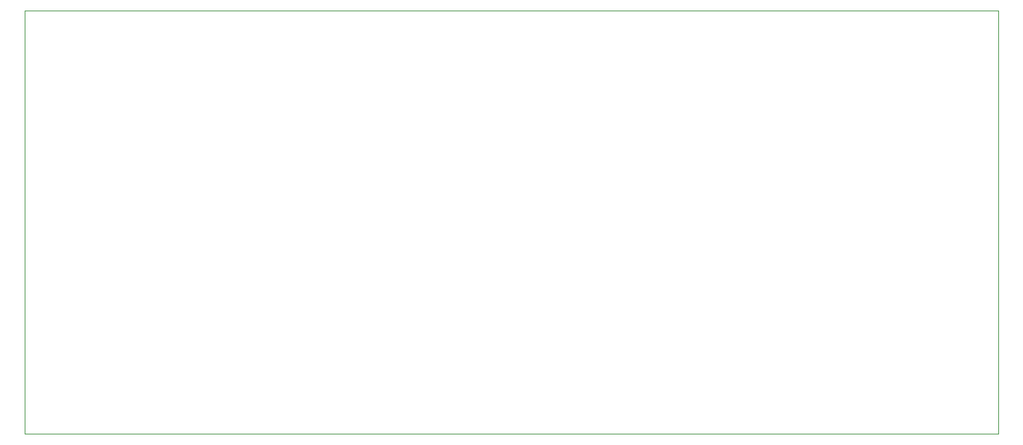
<source format=gm1>
%TF.GenerationSoftware,KiCad,Pcbnew,(5.0.0-rc2-100-g6d77e594b)*%
%TF.CreationDate,2018-06-08T00:04:51-04:00*%
%TF.ProjectId,Logic&Oscillator,4C6F676963264F7363696C6C61746F72,1.0.2*%
%TF.SameCoordinates,Original*%
%TF.FileFunction,Profile,NP*%
%FSLAX46Y46*%
G04 Gerber Fmt 4.6, Leading zero omitted, Abs format (unit mm)*
G04 Created by KiCad (PCBNEW (5.0.0-rc2-100-g6d77e594b)) date 06/08/18 00:04:51*
%MOMM*%
%LPD*%
G01*
G04 APERTURE LIST*
%ADD10C,0.100000*%
G04 APERTURE END LIST*
D10*
X76215390Y-127005270D02*
X193055390Y-127005270D01*
X76215390Y-127005270D02*
X76215390Y-76205270D01*
X193055390Y-127005270D02*
X193055390Y-76205270D01*
X193055390Y-76205270D02*
X76215390Y-76205270D01*
M02*

</source>
